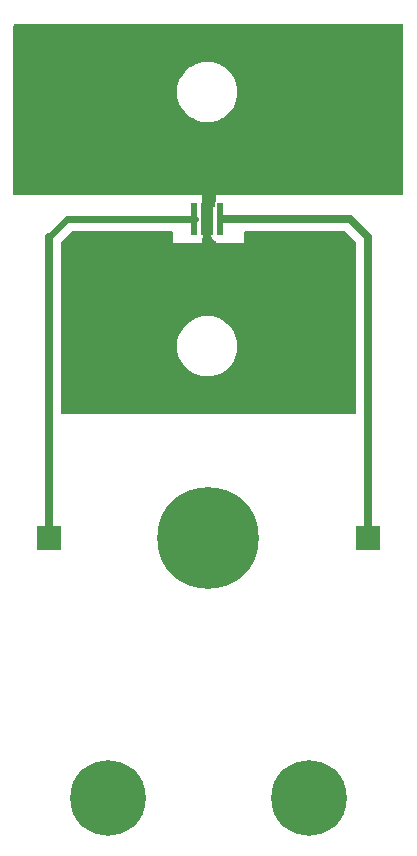
<source format=gtl>
G04 #@! TF.GenerationSoftware,KiCad,Pcbnew,8.0.5*
G04 #@! TF.CreationDate,2024-10-10T12:39:46+02:00*
G04 #@! TF.ProjectId,LED_SINGLE_Board,4c45445f-5349-44e4-974c-455f426f6172,rev?*
G04 #@! TF.SameCoordinates,Original*
G04 #@! TF.FileFunction,Copper,L1,Top*
G04 #@! TF.FilePolarity,Positive*
%FSLAX46Y46*%
G04 Gerber Fmt 4.6, Leading zero omitted, Abs format (unit mm)*
G04 Created by KiCad (PCBNEW 8.0.5) date 2024-10-10 12:39:46*
%MOMM*%
%LPD*%
G01*
G04 APERTURE LIST*
G04 #@! TA.AperFunction,SMDPad,CuDef*
%ADD10R,0.500000X2.700000*%
G04 #@! TD*
G04 #@! TA.AperFunction,SMDPad,CuDef*
%ADD11R,1.000000X2.700000*%
G04 #@! TD*
G04 #@! TA.AperFunction,ComponentPad*
%ADD12C,8.600000*%
G04 #@! TD*
G04 #@! TA.AperFunction,ComponentPad*
%ADD13C,6.400000*%
G04 #@! TD*
G04 #@! TA.AperFunction,SMDPad,CuDef*
%ADD14R,2.000000X2.000000*%
G04 #@! TD*
G04 #@! TA.AperFunction,Conductor*
%ADD15C,0.700000*%
G04 #@! TD*
G04 #@! TA.AperFunction,Conductor*
%ADD16C,0.600000*%
G04 #@! TD*
G04 APERTURE END LIST*
D10*
X42300000Y-41500000D03*
X44500000Y-41500000D03*
D11*
X43400000Y-41500000D03*
D12*
X43500000Y-68500000D03*
D13*
X35000000Y-90500000D03*
X52000000Y-90500000D03*
D14*
X57000000Y-68500000D03*
X30000000Y-68500000D03*
D15*
X57000000Y-68500000D02*
X57000000Y-43000000D01*
X55500000Y-41500000D02*
X44670000Y-41500000D01*
X57000000Y-43000000D02*
X55500000Y-41500000D01*
D16*
X31500000Y-41500000D02*
X42400000Y-41500000D01*
D15*
X30000000Y-43000000D02*
X30000000Y-68500000D01*
D16*
X30000000Y-43000000D02*
X31500000Y-41500000D01*
G04 #@! TA.AperFunction,Conductor*
G36*
X59943039Y-25019685D02*
G01*
X59988794Y-25072489D01*
X60000000Y-25124000D01*
X60000000Y-39376000D01*
X59980315Y-39443039D01*
X59927511Y-39488794D01*
X59876000Y-39500000D01*
X27124000Y-39500000D01*
X27056961Y-39480315D01*
X27011206Y-39427511D01*
X27000000Y-39376000D01*
X27000000Y-30596762D01*
X40849500Y-30596762D01*
X40849500Y-30883237D01*
X40881572Y-31167891D01*
X40945317Y-31447181D01*
X40945321Y-31447193D01*
X41039929Y-31717565D01*
X41039935Y-31717579D01*
X41164223Y-31975666D01*
X41164225Y-31975669D01*
X41316634Y-32218227D01*
X41495243Y-32442195D01*
X41697805Y-32644757D01*
X41921773Y-32823366D01*
X42164331Y-32975775D01*
X42422428Y-33100068D01*
X42422434Y-33100070D01*
X42692806Y-33194678D01*
X42692818Y-33194682D01*
X42972102Y-33258426D01*
X42972105Y-33258426D01*
X42972108Y-33258427D01*
X42972107Y-33258427D01*
X43114434Y-33274463D01*
X43256763Y-33290499D01*
X43256764Y-33290500D01*
X43256767Y-33290500D01*
X43543236Y-33290500D01*
X43543236Y-33290499D01*
X43748815Y-33267336D01*
X43827891Y-33258427D01*
X43827892Y-33258426D01*
X43827898Y-33258426D01*
X44107182Y-33194682D01*
X44377572Y-33100068D01*
X44635669Y-32975775D01*
X44878227Y-32823366D01*
X45102195Y-32644757D01*
X45304757Y-32442195D01*
X45483366Y-32218227D01*
X45635775Y-31975669D01*
X45760068Y-31717572D01*
X45854682Y-31447182D01*
X45918426Y-31167898D01*
X45950500Y-30883233D01*
X45950500Y-30596767D01*
X45918426Y-30312102D01*
X45854682Y-30032818D01*
X45760068Y-29762428D01*
X45635775Y-29504331D01*
X45483366Y-29261773D01*
X45304757Y-29037805D01*
X45102195Y-28835243D01*
X44878227Y-28656634D01*
X44635669Y-28504225D01*
X44635666Y-28504223D01*
X44377579Y-28379935D01*
X44377565Y-28379929D01*
X44107193Y-28285321D01*
X44107181Y-28285317D01*
X43827891Y-28221572D01*
X43827892Y-28221572D01*
X43543237Y-28189500D01*
X43543233Y-28189500D01*
X43256767Y-28189500D01*
X43256762Y-28189500D01*
X42972108Y-28221572D01*
X42692818Y-28285317D01*
X42692806Y-28285321D01*
X42422434Y-28379929D01*
X42422420Y-28379935D01*
X42164333Y-28504223D01*
X41921774Y-28656633D01*
X41697805Y-28835242D01*
X41495242Y-29037805D01*
X41316633Y-29261774D01*
X41164223Y-29504333D01*
X41039935Y-29762420D01*
X41039929Y-29762434D01*
X40945321Y-30032806D01*
X40945317Y-30032818D01*
X40881572Y-30312108D01*
X40849500Y-30596762D01*
X27000000Y-30596762D01*
X27000000Y-25124000D01*
X27019685Y-25056961D01*
X27072489Y-25011206D01*
X27124000Y-25000000D01*
X59876000Y-25000000D01*
X59943039Y-25019685D01*
G37*
G04 #@! TD.AperFunction*
G04 #@! TA.AperFunction,Conductor*
G36*
X43692103Y-42016795D02*
G01*
X43738078Y-42069407D01*
X43749500Y-42121389D01*
X43749500Y-42897870D01*
X43749501Y-42897876D01*
X43755908Y-42957483D01*
X43806202Y-43092328D01*
X43806206Y-43092335D01*
X43892452Y-43207544D01*
X43892455Y-43207547D01*
X44007664Y-43293793D01*
X44007673Y-43293798D01*
X44064255Y-43314901D01*
X44092257Y-43325345D01*
X44148191Y-43367215D01*
X44172609Y-43432679D01*
X44172925Y-43441527D01*
X44172925Y-43495104D01*
X46500000Y-43500000D01*
X46500000Y-43499999D01*
X46500000Y-42624000D01*
X46519685Y-42556961D01*
X46572489Y-42511206D01*
X46624000Y-42500000D01*
X54948638Y-42500000D01*
X55015677Y-42519685D01*
X55036319Y-42536319D01*
X55963681Y-43463681D01*
X55997166Y-43525004D01*
X56000000Y-43551362D01*
X56000000Y-57876000D01*
X55980315Y-57943039D01*
X55927511Y-57988794D01*
X55876000Y-58000000D01*
X31124000Y-58000000D01*
X31056961Y-57980315D01*
X31011206Y-57927511D01*
X31000000Y-57876000D01*
X31000000Y-52116762D01*
X40849500Y-52116762D01*
X40849500Y-52403237D01*
X40881572Y-52687891D01*
X40945317Y-52967181D01*
X40945321Y-52967193D01*
X41039929Y-53237565D01*
X41039935Y-53237579D01*
X41164223Y-53495666D01*
X41164225Y-53495669D01*
X41316634Y-53738227D01*
X41495243Y-53962195D01*
X41697805Y-54164757D01*
X41921773Y-54343366D01*
X42164331Y-54495775D01*
X42422428Y-54620068D01*
X42422434Y-54620070D01*
X42692806Y-54714678D01*
X42692818Y-54714682D01*
X42972102Y-54778426D01*
X42972105Y-54778426D01*
X42972108Y-54778427D01*
X42972107Y-54778427D01*
X43114434Y-54794463D01*
X43256763Y-54810499D01*
X43256764Y-54810500D01*
X43256767Y-54810500D01*
X43543236Y-54810500D01*
X43543236Y-54810499D01*
X43748815Y-54787336D01*
X43827891Y-54778427D01*
X43827892Y-54778426D01*
X43827898Y-54778426D01*
X44107182Y-54714682D01*
X44377572Y-54620068D01*
X44635669Y-54495775D01*
X44878227Y-54343366D01*
X45102195Y-54164757D01*
X45304757Y-53962195D01*
X45483366Y-53738227D01*
X45635775Y-53495669D01*
X45760068Y-53237572D01*
X45854682Y-52967182D01*
X45918426Y-52687898D01*
X45950500Y-52403233D01*
X45950500Y-52116767D01*
X45918426Y-51832102D01*
X45854682Y-51552818D01*
X45760068Y-51282428D01*
X45635775Y-51024331D01*
X45483366Y-50781773D01*
X45304757Y-50557805D01*
X45102195Y-50355243D01*
X44878227Y-50176634D01*
X44635669Y-50024225D01*
X44635666Y-50024223D01*
X44377579Y-49899935D01*
X44377565Y-49899929D01*
X44107193Y-49805321D01*
X44107181Y-49805317D01*
X43827891Y-49741572D01*
X43827892Y-49741572D01*
X43543237Y-49709500D01*
X43543233Y-49709500D01*
X43256767Y-49709500D01*
X43256762Y-49709500D01*
X42972108Y-49741572D01*
X42692818Y-49805317D01*
X42692806Y-49805321D01*
X42422434Y-49899929D01*
X42422420Y-49899935D01*
X42164333Y-50024223D01*
X41921774Y-50176633D01*
X41697805Y-50355242D01*
X41495242Y-50557805D01*
X41316633Y-50781774D01*
X41164223Y-51024333D01*
X41039935Y-51282420D01*
X41039929Y-51282434D01*
X40945321Y-51552806D01*
X40945317Y-51552818D01*
X40881572Y-51832108D01*
X40849500Y-52116762D01*
X31000000Y-52116762D01*
X31000000Y-43551362D01*
X31019685Y-43484323D01*
X31036319Y-43463681D01*
X31963681Y-42536319D01*
X32025004Y-42502834D01*
X32051362Y-42500000D01*
X40376000Y-42500000D01*
X40443039Y-42519685D01*
X40488794Y-42572489D01*
X40500000Y-42624000D01*
X40500000Y-43500000D01*
X43000000Y-43500000D01*
X43000000Y-43098068D01*
X43007817Y-43054737D01*
X43044091Y-42957483D01*
X43050500Y-42897873D01*
X43050499Y-42123271D01*
X43070183Y-42056233D01*
X43122987Y-42010478D01*
X43173977Y-41999273D01*
X43624986Y-41997391D01*
X43692103Y-42016795D01*
G37*
G04 #@! TD.AperFunction*
G04 #@! TA.AperFunction,Conductor*
G36*
X44129551Y-39931760D02*
G01*
X44109866Y-39998799D01*
X44108653Y-40000651D01*
X44061132Y-40071769D01*
X44061131Y-40071770D01*
X44049500Y-40130247D01*
X44049500Y-40376000D01*
X44029815Y-40443039D01*
X43977011Y-40488794D01*
X43925500Y-40500000D01*
X43124000Y-40500000D01*
X43056961Y-40480315D01*
X43011206Y-40427511D01*
X43000000Y-40376000D01*
X43000000Y-39500000D01*
X44129551Y-39500000D01*
X44129551Y-39931760D01*
G37*
G04 #@! TD.AperFunction*
M02*

</source>
